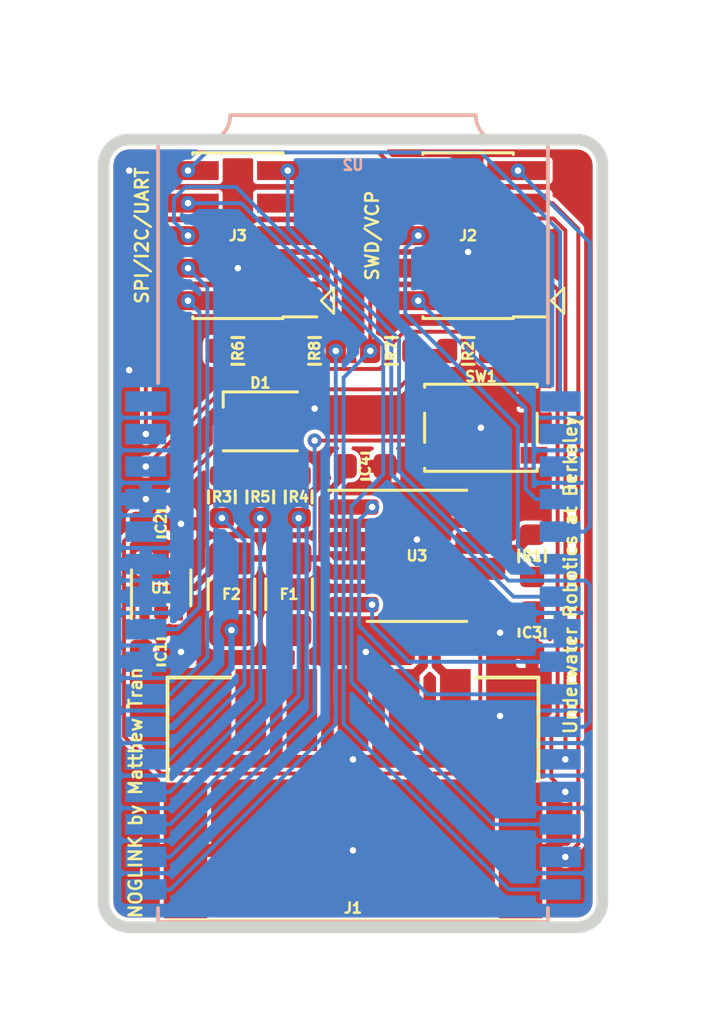
<source format=kicad_pcb>
(kicad_pcb (version 20211014) (generator pcbnew)
  (layers (0 "F.Cu" signal) (31 "B.Cu" signal) (34 "B.Paste" user) (35 "F.Paste" user) (36 "B.SilkS" user "B.Silkscreen") (37 "F.SilkS" user "F.Silkscreen") (38 "B.Mask" user) (39 "F.Mask" user) (44 "Edge.Cuts" user))
  (net 0 "")
  (net 1 "GND")
  (net 2 "+5V")
  (net 3 "+3V3")
  (net 4 "Net-(D1-Pad4)")
  (net 5 "Net-(D1-Pad3)")
  (net 6 "Net-(D1-Pad2)")
  (net 7 "Net-(F1-Pad2)")
  (net 8 "Net-(F2-Pad2)")
  (net 9 "Net-(J1-Pad1)")
  (net 10 "/NRST")
  (net 11 "/GNDDetect")
  (net 12 "/VCP_RX")
  (net 13 "/VCP_TX")
  (net 14 "/SWO")
  (net 15 "/SWCLK")
  (net 16 "/SWDIO")
  (net 17 "/TVCC")
  (net 18 "/UART_RX")
  (net 19 "/UART_TX")
  (net 20 "/NSS")
  (net 21 "/SCL")
  (net 22 "/SCLK")
  (net 23 "/SDA")
  (net 24 "/MISO")
  (net 25 "/MOSI")
  (net 26 "Net-(J3-Pad1)")
  (net 27 "/LED_B")
  (net 28 "/LED_G")
  (net 29 "/LED_R")
  (net 30 "/BUT")
  (net 31 "Net-(U1-Pad4)")
  (net 32 "/CAN_TX")
  (net 33 "/CAN_RX")
  (net 34 "Net-(U2-Pad28)")
  (net 35 "Net-(U2-Pad3)")
  (net 36 "Net-(U2-Pad2)")
  (net 37 "Net-(U2-Pad32)")
  (net 38 "/CAN/CAN+")
  (net 39 "/CAN/CAN-")
  (footprint "Capacitor_SMD:C_0603_1608Metric" (layer "F.Cu") (at 142.5 100.25)
    (fp_text reference "C1" (at 0 0 90) (layer "F.SilkS") (effects (font (size 0.4 0.4) (thickness 0.1))))
    (fp_text value "1u")
    (fp_line (start -0.14058 0.51) (end 0.14058 0.51) (layer "F.SilkS") (width 0.12))
    (fp_line (start -0.14058 -0.51) (end 0.14058 -0.51) (layer "F.SilkS") (width 0.12))
    (pad "1" smd roundrect locked (at -0.775 0) (size 0.9 0.95) (layers "F.Cu" "F.Paste" "F.Mask") (net 2 "+5V"))
    (pad "2" smd roundrect locked (at 0.775 0) (size 0.9 0.95) (layers "F.Cu" "F.Paste" "F.Mask") (net 1 "GND"))
  )
  (footprint "Capacitor_SMD:C_0603_1608Metric" (layer "F.Cu") (at 142.5 95.25)
    (fp_text reference "C2" (at 0 0 90) (layer "F.SilkS") (effects (font (size 0.4 0.4) (thickness 0.1))))
    (fp_text value "1u")
    (fp_line (start -0.14058 0.51) (end 0.14058 0.51) (layer "F.SilkS") (width 0.12))
    (fp_line (start -0.14058 -0.51) (end 0.14058 -0.51) (layer "F.SilkS") (width 0.12))
    (pad "1" smd roundrect locked (at -0.775 0) (size 0.9 0.95) (layers "F.Cu" "F.Paste" "F.Mask") (net 3 "+3V3"))
    (pad "2" smd roundrect locked (at 0.775 0) (size 0.9 0.95) (layers "F.Cu" "F.Paste" "F.Mask") (net 1 "GND"))
  )
  (footprint "Capacitor_SMD:C_0603_1608Metric" (layer "F.Cu") (at 150.475 93)
    (fp_text reference "C4" (at 0 0 90) (layer "F.SilkS") (effects (font (size 0.4 0.4) (thickness 0.1))))
    (fp_text value "100n")
    (fp_line (start -0.14058 0.51) (end 0.14058 0.51) (layer "F.SilkS") (width 0.12))
    (fp_line (start -0.14058 -0.51) (end 0.14058 -0.51) (layer "F.SilkS") (width 0.12))
    (pad "1" smd roundrect locked (at -0.775 0) (size 0.9 0.95) (layers "F.Cu" "F.Paste" "F.Mask") (net 2 "+5V"))
    (pad "2" smd roundrect locked (at 0.775 0) (size 0.9 0.95) (layers "F.Cu" "F.Paste" "F.Mask") (net 1 "GND"))
  )
  (footprint "Connector_PinHeader_1.27mm:PinHeader_2x05_P1.27mm_Vertical_SMD" (layer "F.Cu") (at 145.5 84 180)
    (fp_text reference "J3" (at 0 0 180) (layer "F.SilkS") (effects (font (size 0.4 0.4) (thickness 0.1))))
    (fp_text value "SPI/I2C/UART")
    (fp_line (start -1.765 -3.235) (end -1.765 -3.17) (layer "F.SilkS") (width 0.12))
    (fp_line (start 1.765 -3.235) (end 1.765 -3.17) (layer "F.SilkS") (width 0.12))
    (fp_line (start -1.765 3.17) (end -1.765 3.235) (layer "F.SilkS") (width 0.12))
    (fp_line (start -1.765 3.235) (end 1.765 3.235) (layer "F.SilkS") (width 0.12))
    (fp_line (start -1.765 -3.235) (end 1.765 -3.235) (layer "F.SilkS") (width 0.12))
    (fp_line (start 1.765 3.17) (end 1.765 3.235) (layer "F.SilkS") (width 0.12))
    (fp_line (start -3.09 -3.17) (end -1.765 -3.17) (layer "F.SilkS") (width 0.12))
    (pad "1" smd rect locked (at -1.95 -2.54 180) (size 2.4 0.74) (layers "F.Cu" "F.Paste" "F.Mask") (net 26 "Net-(J3-Pad1)"))
    (pad "2" smd rect locked (at 1.95 -2.54 180) (size 2.4 0.74) (layers "F.Cu" "F.Paste" "F.Mask") (net 25 "/MOSI"))
    (pad "3" smd rect locked (at -1.95 -1.27 180) (size 2.4 0.74) (layers "F.Cu" "F.Paste" "F.Mask") (net 1 "GND"))
    (pad "4" smd rect locked (at 1.95 -1.27 180) (size 2.4 0.74) (layers "F.Cu" "F.Paste" "F.Mask") (net 24 "/MISO"))
    (pad "5" smd rect locked (at -1.95 0 180) (size 2.4 0.74) (layers "F.Cu" "F.Paste" "F.Mask") (net 23 "/SDA"))
    (pad "6" smd rect locked (at 1.95 0 180) (size 2.4 0.74) (layers "F.Cu" "F.Paste" "F.Mask") (net 22 "/SCLK"))
    (pad "7" smd rect locked (at -1.95 1.27 180) (size 2.4 0.74) (layers "F.Cu" "F.Paste" "F.Mask") (net 21 "/SCL"))
    (pad "8" smd rect locked (at 1.95 1.27 180) (size 2.4 0.74) (layers "F.Cu" "F.Paste" "F.Mask") (net 20 "/NSS"))
    (pad "9" smd rect locked (at -1.95 2.54 180) (size 2.4 0.74) (layers "F.Cu" "F.Paste" "F.Mask") (net 19 "/UART_TX"))
    (pad "10" smd rect locked (at 1.95 2.54 180) (size 2.4 0.74) (layers "F.Cu" "F.Paste" "F.Mask") (net 18 "/UART_RX"))
  )
  (footprint "Resistor_SMD:R_0603_1608Metric" (layer "F.Cu") (at 157 96.5 90)
    (fp_text reference "R1" (at 0 0 180) (layer "F.SilkS") (effects (font (size 0.4 0.4) (thickness 0.1))))
    (fp_text value "120")
    (fp_line (start -0.237258 -0.5225) (end 0.237258 -0.5225) (layer "F.SilkS") (width 0.12))
    (fp_line (start -0.237258 0.5225) (end 0.237258 0.5225) (layer "F.SilkS") (width 0.12))
    (pad "1" smd roundrect locked (at -0.825 0 90) (size 0.8 0.95) (layers "F.Cu" "F.Paste" "F.Mask") (net 39 "/CAN/CAN-"))
    (pad "2" smd roundrect locked (at 0.825 0 90) (size 0.8 0.95) (layers "F.Cu" "F.Paste" "F.Mask") (net 38 "/CAN/CAN+"))
  )
  (footprint "Resistor_SMD:R_0603_1608Metric" (layer "F.Cu") (at 154.5 88.5 180)
    (fp_text reference "R2" (at 0 0 90) (layer "F.SilkS") (effects (font (size 0.4 0.4) (thickness 0.1))))
    (fp_text value "0")
    (fp_line (start -0.237258 -0.5225) (end 0.237258 -0.5225) (layer "F.SilkS") (width 0.12))
    (fp_line (start -0.237258 0.5225) (end 0.237258 0.5225) (layer "F.SilkS") (width 0.12))
    (pad "1" smd roundrect locked (at -0.825 0 180) (size 0.8 0.95) (layers "F.Cu" "F.Paste" "F.Mask") (net 17 "/TVCC"))
    (pad "2" smd roundrect locked (at 0.825 0 180) (size 0.8 0.95) (layers "F.Cu" "F.Paste" "F.Mask") (net 3 "+3V3"))
  )
  (footprint "Resistor_SMD:R_0603_1608Metric" (layer "F.Cu") (at 145.5 88.5)
    (fp_text reference "R6" (at 0 0 90) (layer "F.SilkS") (effects (font (size 0.4 0.4) (thickness 0.1))))
    (fp_text value "0")
    (fp_line (start -0.237258 0.5225) (end 0.237258 0.5225) (layer "F.SilkS") (width 0.12))
    (fp_line (start -0.237258 -0.5225) (end 0.237258 -0.5225) (layer "F.SilkS") (width 0.12))
    (pad "1" smd roundrect locked (at -0.825 0) (size 0.8 0.95) (layers "F.Cu" "F.Paste" "F.Mask") (net 26 "Net-(J3-Pad1)"))
    (pad "2" smd roundrect locked (at 0.825 0) (size 0.8 0.95) (layers "F.Cu" "F.Paste" "F.Mask") (net 3 "+3V3"))
  )
  (footprint "Resistor_SMD:R_0603_1608Metric" (layer "F.Cu") (at 151.5 88.5)
    (fp_text reference "R7" (at 0 0 90) (layer "F.SilkS") (effects (font (size 0.4 0.4) (thickness 0.1))))
    (fp_text value "2.2k")
    (fp_line (start -0.237258 -0.5225) (end 0.237258 -0.5225) (layer "F.SilkS") (width 0.12))
    (fp_line (start -0.237258 0.5225) (end 0.237258 0.5225) (layer "F.SilkS") (width 0.12))
    (pad "1" smd roundrect locked (at -0.825 0) (size 0.8 0.95) (layers "F.Cu" "F.Paste" "F.Mask") (net 21 "/SCL"))
    (pad "2" smd roundrect locked (at 0.825 0) (size 0.8 0.95) (layers "F.Cu" "F.Paste" "F.Mask") (net 3 "+3V3"))
  )
  (footprint "Package_TO_SOT_SMD:SOT-353_SC-70-5" (layer "F.Cu") (at 142.5 97.75 90)
    (fp_text reference "U1" (at 0 0 180) (layer "F.SilkS") (effects (font (size 0.4 0.4) (thickness 0.1))))
    (fp_text value "MIC5365-3.3YC5")
    (fp_line (start -0.7 1.16) (end 0.7 1.16) (layer "F.SilkS") (width 0.12))
    (fp_line (start 0.7 -1.16) (end -1.2 -1.16) (layer "F.SilkS") (width 0.12))
    (pad "1" smd rect locked (at -0.95 -0.65 90) (size 0.65 0.4) (layers "F.Cu" "F.Paste" "F.Mask") (net 2 "+5V"))
    (pad "2" smd rect locked (at -0.95 0 90) (size 0.65 0.4) (layers "F.Cu" "F.Paste" "F.Mask") (net 1 "GND"))
    (pad "3" smd rect locked (at -0.95 0.65 90) (size 0.65 0.4) (layers "F.Cu" "F.Paste" "F.Mask") (net 2 "+5V"))
    (pad "4" smd rect locked (at 0.95 0.65 90) (size 0.65 0.4) (layers "F.Cu" "F.Paste" "F.Mask") (net 31 "Net-(U1-Pad4)"))
    (pad "5" smd rect locked (at 0.95 -0.65 90) (size 0.65 0.4) (layers "F.Cu" "F.Paste" "F.Mask") (net 3 "+3V3"))
  )
  (footprint "Package_SO:SOIC-8_3.9x4.9mm_P1.27mm" (layer "F.Cu") (at 152.5 96.5)
    (fp_text reference "U3" (at 0 0) (layer "F.SilkS") (effects (font (size 0.4 0.4) (thickness 0.1))))
    (fp_text value "ATA6561")
    (fp_line (start 0 -2.56) (end -3.45 -2.56) (layer "F.SilkS") (width 0.12))
    (fp_line (start 0 2.56) (end 1.95 2.56) (layer "F.SilkS") (width 0.12))
    (fp_line (start 0 -2.56) (end 1.95 -2.56) (layer "F.SilkS") (width 0.12))
    (fp_line (start 0 2.56) (end -1.95 2.56) (layer "F.SilkS") (width 0.12))
    (pad "1" smd roundrect locked (at -2.475 -1.905) (size 1.95 0.6) (layers "F.Cu" "F.Paste" "F.Mask") (net 32 "/CAN_TX"))
    (pad "2" smd roundrect locked (at -2.475 -0.635) (size 1.95 0.6) (layers "F.Cu" "F.Paste" "F.Mask") (net 1 "GND"))
    (pad "3" smd roundrect locked (at -2.475 0.635) (size 1.95 0.6) (layers "F.Cu" "F.Paste" "F.Mask") (net 2 "+5V"))
    (pad "4" smd roundrect locked (at -2.475 1.905) (size 1.95 0.6) (layers "F.Cu" "F.Paste" "F.Mask") (net 33 "/CAN_RX"))
    (pad "5" smd roundrect locked (at 2.475 1.905) (size 1.95 0.6) (layers "F.Cu" "F.Paste" "F.Mask") (net 3 "+3V3"))
    (pad "6" smd roundrect locked (at 2.475 0.635) (size 1.95 0.6) (layers "F.Cu" "F.Paste" "F.Mask") (net 39 "/CAN/CAN-"))
    (pad "7" smd roundrect locked (at 2.475 -0.635) (size 1.95 0.6) (layers "F.Cu" "F.Paste" "F.Mask") (net 38 "/CAN/CAN+"))
    (pad "8" smd roundrect locked (at 2.475 -1.905) (size 1.95 0.6) (layers "F.Cu" "F.Paste" "F.Mask") (net 1 "GND"))
  )
  (footprint "extraparts:Molex_DuraClik_RH_5pin" (layer "F.Cu") (at 150 110.75)
    (fp_text reference "J1" (at 0 -0.5) (layer "F.SilkS") (effects (font (size 0.4 0.4) (thickness 0.1))))
    (fp_text value "CAN")
    (fp_line (start -4.794 -9.5) (end -7.25 -9.5) (layer "F.SilkS") (width 0.15))
    (fp_line (start -7.25 -9.5) (end -7.25 -5.5) (layer "F.SilkS") (width 0.15))
    (fp_line (start 7.25 -9.5) (end 7.25 -5.5) (layer "F.SilkS") (width 0.15))
    (fp_line (start -7.25 0) (end 7.25 0) (layer "F.SilkS") (width 0.15))
    (fp_line (start 4.794 -9.5) (end 7.25 -9.5) (layer "F.SilkS") (width 0.15))
    (pad "1" smd rect locked (at -4 -8.23) (size 1.2 3.2) (layers "F.Cu" "F.Paste" "F.Mask") (net 9 "Net-(J1-Pad1)"))
    (pad "2" smd rect locked (at -2 -8.23) (size 1.2 3.2) (layers "F.Cu" "F.Paste" "F.Mask") (net 7 "Net-(F1-Pad2)"))
    (pad "3" smd rect locked (at 0 -8.23) (size 1.2 3.2) (layers "F.Cu" "F.Paste" "F.Mask") (net 1 "GND"))
    (pad "4" smd rect locked (at 2 -8.23) (size 1.2 3.2) (layers "F.Cu" "F.Paste" "F.Mask") (net 38 "/CAN/CAN+"))
    (pad "5" smd rect locked (at 4 -8.23) (size 1.2 3.2) (layers "F.Cu" "F.Paste" "F.Mask") (net 39 "/CAN/CAN-"))
    (pad "MP" smd rect locked (at -6.55 -2.75) (size 1.7 5.3) (layers "F.Cu" "F.Paste" "F.Mask") (net 1 "GND"))
    (pad "MP" smd rect locked (at 6.55 -2.75) (size 1.7 5.3) (layers "F.Cu" "F.Paste" "F.Mask") (net 1 "GND"))
  )
  (footprint "Connector_PinHeader_1.27mm:PinHeader_2x05_P1.27mm_Vertical_SMD" (layer "F.Cu") (at 154.5 84 180)
    (fp_text reference "J2" (at 0 0) (layer "F.SilkS") (effects (font (size 0.4 0.4) (thickness 0.1))))
    (fp_text value "SWD/VCP")
    (fp_line (start -1.765 3.17) (end -1.765 3.235) (layer "F.SilkS") (width 0.12))
    (fp_line (start 1.765 -3.235) (end 1.765 -3.17) (layer "F.SilkS") (width 0.12))
    (fp_line (start 1.765 3.17) (end 1.765 3.235) (layer "F.SilkS") (width 0.12))
    (fp_line (start -3.09 -3.17) (end -1.765 -3.17) (layer "F.SilkS") (width 0.12))
    (fp_line (start -1.765 -3.235) (end -1.765 -3.17) (layer "F.SilkS") (width 0.12))
    (fp_line (start -1.765 3.235) (end 1.765 3.235) (layer "F.SilkS") (width 0.12))
    (fp_line (start -1.765 -3.235) (end 1.765 -3.235) (layer "F.SilkS") (width 0.12))
    (pad "1" smd rect locked (at -1.95 -2.54 180) (size 2.4 0.74) (layers "F.Cu" "F.Paste" "F.Mask") (net 17 "/TVCC"))
    (pad "2" smd rect locked (at 1.95 -2.54 180) (size 2.4 0.74) (layers "F.Cu" "F.Paste" "F.Mask") (net 16 "/SWDIO"))
    (pad "3" smd rect locked (at -1.95 -1.27 180) (size 2.4 0.74) (layers "F.Cu" "F.Paste" "F.Mask") (net 1 "GND"))
    (pad "4" smd rect locked (at 1.95 -1.27 180) (size 2.4 0.74) (layers "F.Cu" "F.Paste" "F.Mask") (net 15 "/SWCLK"))
    (pad "5" smd rect locked (at -1.95 0 180) (size 2.4 0.74) (layers "F.Cu" "F.Paste" "F.Mask") (net 1 "GND"))
    (pad "6" smd rect locked (at 1.95 0 180) (size 2.4 0.74) (layers "F.Cu" "F.Paste" "F.Mask") (net 14 "/SWO"))
    (pad "7" smd rect locked (at -1.95 1.27 180) (size 2.4 0.74) (layers "F.Cu" "F.Paste" "F.Mask") (net 13 "/VCP_TX"))
    (pad "8" smd rect locked (at 1.95 1.27 180) (size 2.4 0.74) (layers "F.Cu" "F.Paste" "F.Mask") (net 12 "/VCP_RX"))
    (pad "9" smd rect locked (at -1.95 2.54 180) (size 2.4 0.74) (layers "F.Cu" "F.Paste" "F.Mask") (net 11 "/GNDDetect"))
    (pad "10" smd rect locked (at 1.95 2.54 180) (size 2.4 0.74) (layers "F.Cu" "F.Paste" "F.Mask") (net 10 "/NRST"))
  )
  (footprint "Resistor_SMD:R_0603_1608Metric" (layer "F.Cu") (at 148.5 88.5 180)
    (fp_text reference "R8" (at 0 0 90) (layer "F.SilkS") (effects (font (size 0.4 0.4) (thickness 0.1))))
    (fp_text value "2.2k")
    (fp_line (start -0.237258 0.5225) (end 0.237258 0.5225) (layer "F.SilkS") (width 0.12))
    (fp_line (start -0.237258 -0.5225) (end 0.237258 -0.5225) (layer "F.SilkS") (width 0.12))
    (pad "1" smd roundrect locked (at -0.825 0 180) (size 0.8 0.95) (layers "F.Cu" "F.Paste" "F.Mask") (net 23 "/SDA"))
    (pad "2" smd roundrect locked (at 0.825 0 180) (size 0.8 0.95) (layers "F.Cu" "F.Paste" "F.Mask") (net 3 "+3V3"))
  )
  (footprint "Fuse:Fuse_1206_3216Metric" (layer "F.Cu") (at 147.5 98 -90)
    (fp_text reference "F1" (at 0 0 180) (layer "F.SilkS") (effects (font (size 0.4 0.4) (thickness 0.1))))
    (fp_text value "500mA")
    (fp_line (start -0.602064 -0.91) (end 0.602064 -0.91) (layer "F.SilkS") (width 0.12))
    (fp_line (start -0.602064 0.91) (end 0.602064 0.91) (layer "F.SilkS") (width 0.12))
    (pad "1" smd roundrect locked (at -1.4 0 270) (size 1.25 1.75) (layers "F.Cu" "F.Paste" "F.Mask") (roundrect_rratio 0.2) (net 2 "+5V"))
    (pad "2" smd roundrect locked (at 1.4 0 270) (size 1.25 1.75) (layers "F.Cu" "F.Paste" "F.Mask") (roundrect_rratio 0.2) (net 7 "Net-(F1-Pad2)"))
  )
  (footprint "Resistor_SMD:R_0603_1608Metric" (layer "F.Cu") (at 146.375 94.2 90)
    (fp_text reference "R5" (at 0 0 180) (layer "F.SilkS") (effects (font (size 0.4 0.4) (thickness 0.1))))
    (fp_text value "47")
    (fp_line (start -0.237258 -0.5225) (end 0.237258 -0.5225) (layer "F.SilkS") (width 0.12))
    (fp_line (start -0.237258 0.5225) (end 0.237258 0.5225) (layer "F.SilkS") (width 0.12))
    (pad "1" smd roundrect locked (at -0.825 0 90) (size 0.8 0.95) (layers "F.Cu" "F.Paste" "F.Mask") (net 29 "/LED_R"))
    (pad "2" smd roundrect locked (at 0.825 0 90) (size 0.8 0.95) (layers "F.Cu" "F.Paste" "F.Mask") (net 6 "Net-(D1-Pad2)"))
  )
  (footprint "Resistor_SMD:R_0603_1608Metric" (layer "F.Cu") (at 147.875 94.2 90)
    (fp_text reference "R4" (at 0 0 180) (layer "F.SilkS") (effects (font (size 0.4 0.4) (thickness 0.1))))
    (fp_text value "47")
    (fp_line (start -0.237258 0.5225) (end 0.237258 0.5225) (layer "F.SilkS") (width 0.12))
    (fp_line (start -0.237258 -0.5225) (end 0.237258 -0.5225) (layer "F.SilkS") (width 0.12))
    (pad "1" smd roundrect locked (at -0.825 0 90) (size 0.8 0.95) (layers "F.Cu" "F.Paste" "F.Mask") (net 28 "/LED_G"))
    (pad "2" smd roundrect locked (at 0.825 0 90) (size 0.8 0.95) (layers "F.Cu" "F.Paste" "F.Mask") (net 5 "Net-(D1-Pad3)"))
  )
  (footprint "Resistor_SMD:R_0603_1608Metric" (layer "F.Cu") (at 144.875 94.2 90)
    (fp_text reference "R3" (at 0 0 180) (layer "F.SilkS") (effects (font (size 0.4 0.4) (thickness 0.1))))
    (fp_text value "47")
    (fp_line (start -0.237258 -0.5225) (end 0.237258 -0.5225) (layer "F.SilkS") (width 0.12))
    (fp_line (start -0.237258 0.5225) (end 0.237258 0.5225) (layer "F.SilkS") (width 0.12))
    (pad "1" smd roundrect locked (at -0.825 0 90) (size 0.8 0.95) (layers "F.Cu" "F.Paste" "F.Mask") (net 27 "/LED_B"))
    (pad "2" smd roundrect locked (at 0.825 0 90) (size 0.8 0.95) (layers "F.Cu" "F.Paste" "F.Mask") (net 4 "Net-(D1-Pad4)"))
  )
  (footprint "Fuse:Fuse_1206_3216Metric" (layer "F.Cu") (at 145.25 98 -90)
    (fp_text reference "F2" (at 0 0 180) (layer "F.SilkS") (effects (font (size 0.4 0.4) (thickness 0.1))))
    (fp_text value "500mA")
    (fp_line (start -0.602064 0.91) (end 0.602064 0.91) (layer "F.SilkS") (width 0.12))
    (fp_line (start -0.602064 -0.91) (end 0.602064 -0.91) (layer "F.SilkS") (width 0.12))
    (pad "1" smd roundrect locked (at -1.4 0 270) (size 1.25 1.75) (layers "F.Cu" "F.Paste" "F.Mask") (roundrect_rratio 0.2) (net 2 "+5V"))
    (pad "2" smd roundrect locked (at 1.4 0 270) (size 1.25 1.75) (layers "F.Cu" "F.Paste" "F.Mask") (roundrect_rratio 0.2) (net 8 "Net-(F2-Pad2)"))
  )
  (footprint "Button_Switch_SMD:SW_SPST_PTS810" (layer "F.Cu") (at 155 91.5 180)
    (fp_text reference "SW1" (at 0 2) (layer "F.SilkS") (effects (font (size 0.4 0.4) (thickness 0.1))))
    (fp_text value "USR")
    (fp_line (start -2.2 1.7) (end 2.2 1.7) (layer "F.SilkS") (width 0.12))
    (fp_line (start 2.2 0.57) (end 2.2 -0.57) (layer "F.SilkS") (width 0.12))
    (fp_line (start -2.2 -1.7) (end -2.2 -1.58) (layer "F.SilkS") (width 0.12))
    (fp_line (start 2.2 -1.58) (end 2.2 -1.7) (layer "F.SilkS") (width 0.12))
    (fp_line (start 2.2 -1.7) (end -2.2 -1.7) (layer "F.SilkS") (width 0.12))
    (fp_line (start 2.2 1.7) (end 2.2 1.58) (layer "F.SilkS") (width 0.12))
    (fp_line (start -2.2 1.58) (end -2.2 1.7) (layer "F.SilkS") (width 0.12))
    (fp_line (start -2.2 -0.57) (end -2.2 0.57) (layer "F.SilkS") (width 0.12))
    (pad "" smd rect locked (at -2.075 -1.075 180) (size 1.05 0.65) (layers "F.Cu" "F.Paste" "F.Mask"))
    (pad "1" smd rect locked (at 2.075 -1.075 180) (size 1.05 0.65) (layers "F.Cu" "F.Paste" "F.Mask") (net 30 "/BUT"))
    (pad "2" smd rect locked (at -2.075 1.075 180) (size 1.05 0.65) (layers "F.Cu" "F.Paste" "F.Mask") (net 1 "GND"))
    (pad "2" smd rect locked (at 2.075 1.075 180) (size 1.05 0.65) (layers "F.Cu" "F.Paste" "F.Mask") (net 1 "GND"))
  )
  (footprint "Capacitor_SMD:C_0603_1608Metric" (layer "F.Cu") (at 157 99.5 -90)
    (fp_text reference "C3" (at 0 0 180) (layer "F.SilkS") (effects (font (size 0.4 0.4) (thickness 0.1))))
    (fp_text value "100n")
    (fp_line (start -0.14058 -0.51) (end 0.14058 -0.51) (layer "F.SilkS") (width 0.12))
    (fp_line (start -0.14058 0.51) (end 0.14058 0.51) (layer "F.SilkS") (width 0.12))
    (pad "1" smd roundrect locked (at -0.775 0 270) (size 0.9 0.95) (layers "F.Cu" "F.Paste" "F.Mask") (net 3 "+3V3"))
    (pad "2" smd roundrect locked (at 0.775 0 270) (size 0.9 0.95) (layers "F.Cu" "F.Paste" "F.Mask") (net 1 "GND"))
  )
  (footprint "LED_SMD:LED_Cree-PLCC4_2x2mm_CW" (layer "F.Cu") (at 146.375 91.25)
    (fp_text reference "D1" (at 0 -1.5) (layer "F.SilkS") (effects (font (size 0.4 0.4) (thickness 0.1))))
    (fp_text value "LED_ARGB")
    (fp_line (start -1.45 -0.55) (end -1.45 -1.15) (layer "F.SilkS") (width 0.12))
    (fp_line (start -1.45 -1.15) (end 1.45 -1.15) (layer "F.SilkS") (width 0.12))
    (fp_line (start -1.45 1.15) (end 1.45 1.15) (layer "F.SilkS") (width 0.12))
    (pad "1" smd rect locked (at -0.75 -0.55) (size 1 0.8) (layers "F.Cu" "F.Paste" "F.Mask") (net 3 "+3V3"))
    (pad "2" smd rect locked (at 0.75 -0.55) (size 1 0.8) (layers "F.Cu" "F.Paste" "F.Mask") (net 6 "Net-(D1-Pad2)"))
    (pad "3" smd rect locked (at 0.75 0.55) (size 1 0.8) (layers "F.Cu" "F.Paste" "F.Mask") (net 5 "Net-(D1-Pad3)"))
    (pad "4" smd rect locked (at -0.75 0.55) (size 1 0.8) (layers "F.Cu" "F.Paste" "F.Mask") (net 4 "Net-(D1-Pad4)"))
  )
  (footprint "extraparts:STLINK-V3MODS" (layer "B.Cu") (at 150 100 180)
    (fp_text reference "U2" (at 0 18.75) (layer "B.SilkS") (effects (font (size 0.4 0.4) (thickness 0.1)) (justify mirror)))
    (fp_text value "STLINK-V3MODS")
    (fp_line (start -7.62 -10.795) (end -7.62 -10.25) (layer "B.SilkS") (width 0.15))
    (fp_line (start -7.62 -10.795) (end 7.62 -10.795) (layer "B.SilkS") (width 0.15))
    (fp_line (start 7.62 -10.795) (end 7.62 -10.25) (layer "B.SilkS") (width 0.15))
    (fp_line (start 7.62 19.605) (end 5.9 19.605) (layer "B.SilkS") (width 0.15))
    (fp_line (start -7.62 19.605) (end -5.9 19.605) (layer "B.SilkS") (width 0.15))
    (fp_line (start 7.62 19.605) (end 7.62 10.25) (layer "B.SilkS") (width 0.15))
    (fp_line (start -4.8 20.705) (end 4.8 20.705) (layer "B.SilkS") (width 0.15))
    (fp_line (start -7.62 10.25) (end -7.62 19.605) (layer "B.SilkS") (width 0.15))
    (fp_arc (start -5.9 19.605) (mid -5.122183 19.927183) (end -4.8 20.705) (layer "B.SilkS") (width 0.15))
    (fp_arc (start 4.8 20.705) (mid 5.122183 19.927183) (end 5.9 19.605) (layer "B.SilkS") (width 0.15))
    (pad "1" smd rect locked (at -8.1 9.525 270) (size 0.8 1.6) (layers "B.Cu" "B.Paste" "B.Mask") (net 18 "/UART_RX"))
    (pad "2" smd rect locked (at -8.1 8.255 270) (size 0.8 1.6) (layers "B.Cu" "B.Paste" "B.Mask") (net 36 "Net-(U2-Pad2)"))
    (pad "3" smd rect locked (at -8.1 6.985 270) (size 0.8 1.6) (layers "B.Cu" "B.Paste" "B.Mask") (net 35 "Net-(U2-Pad3)"))
    (pad "4" smd rect locked (at -8.1 5.715 270) (size 0.8 1.6) (layers "B.Cu" "B.Paste" "B.Mask") (net 16 "/SWDIO"))
    (pad "5" smd rect locked (at -8.1 4.445 270) (size 0.8 1.6) (layers "B.Cu" "B.Paste" "B.Mask") (net 11 "/GNDDetect"))
    (pad "6" smd rect locked (at -8.1 3.175 270) (size 0.8 1.6) (layers "B.Cu" "B.Paste" "B.Mask") (net 14 "/SWO"))
    (pad "7" smd rect locked (at -8.1 1.905 270) (size 0.8 1.6) (layers "B.Cu" "B.Paste" "B.Mask") (net 22 "/SCLK"))
    (pad "8" smd rect locked (at -8.1 0.635 270) (size 0.8 1.6) (layers "B.Cu" "B.Paste" "B.Mask") (net 1 "GND"))
    (pad "9" smd rect locked (at -8.1 -0.635 270) (size 0.8 1.6) (layers "B.Cu" "B.Paste" "B.Mask") (net 33 "/CAN_RX"))
    (pad "10" smd rect locked (at -8.1 -1.905 270) (size 0.8 1.6) (layers "B.Cu" "B.Paste" "B.Mask") (net 32 "/CAN_TX"))
    (pad "11" smd rect locked (at -8.1 -3.175 270) (size 0.8 1.6) (layers "B.Cu" "B.Paste" "B.Mask") (net 19 "/UART_TX"))
    (pad "12" smd rect locked (at -8.1 -4.445 270) (size 0.8 1.6) (layers "B.Cu" "B.Paste" "B.Mask") (net 12 "/VCP_RX"))
    (pad "13" smd rect locked (at -8.1 -5.715 270) (size 0.8 1.6) (layers "B.Cu" "B.Paste" "B.Mask") (net 15 "/SWCLK"))
    (pad "14" smd rect locked (at -8.1 -6.985 270) (size 0.8 1.6) (layers "B.Cu" "B.Paste" "B.Mask") (net 20 "/NSS"))
    (pad "15" smd rect locked (at -8.1 -8.255 270) (size 0.8 1.6) (layers "B.Cu" "B.Paste" "B.Mask") (net 13 "/VCP_TX"))
    (pad "16" smd rect locked (at -8.1 -9.525 270) (size 0.8 1.6) (layers "B.Cu" "B.Paste" "B.Mask") (net 21 "/SCL"))
    (pad "17" smd rect locked (at 8.1 -9.525 270) (size 0.8 1.6) (layers "B.Cu" "B.Paste" "B.Mask") (net 23 "/SDA"))
    (pad "18" smd rect locked (at 8.1 -8.255 270) (size 0.8 1.6) (layers "B.Cu" "B.Paste" "B.Mask") (net 30 "/BUT"))
    (pad "19" smd rect locked (at 8.1 -6.985 270) (size 0.8 1.6) (layers "B.Cu" "B.Paste" "B.Mask") (net 28 "/LED_G"))
    (pad "20" smd rect locked (at 8.1 -5.715 270) (size 0.8 1.6) (layers "B.Cu" "B.Paste" "B.Mask") (net 29 "/LED_R"))
    (pad "21" smd rect locked (at 8.1 -4.445 270) (size 0.8 1.6) (layers "B.Cu" "B.Paste" "B.Mask") (net 27 "/LED_B"))
    (pad "22" smd rect locked (at 8.1 -3.175 270) (size 0.8 1.6) (layers "B.Cu" "B.Paste" "B.Mask") (net 8 "Net-(F2-Pad2)"))
    (pad "23" smd rect locked (at 8.1 -1.905 270) (size 0.8 1.6) (layers "B.Cu" "B.Paste" "B.Mask") (net 24 "/MISO"))
    (pad "24" smd rect locked (at 8.1 -0.635 270) (size 0.8 1.6) (layers "B.Cu" "B.Paste" "B.Mask") (net 1 "GND"))
    (pad "25" smd rect locked (at 8.1 0.635 270) (size 0.8 1.6) (layers "B.Cu" "B.Paste" "B.Mask") (net 25 "/MOSI"))
    (pad "26" smd rect locked (at 8.1 1.905 270) (size 0.8 1.6) (layers "B.Cu" "B.Paste" "B.Mask") (net 1 "GND"))
    (pad "27" smd rect locked (at 8.1 3.175 270) (size 0.8 1.6) (layers "B.Cu" "B.Paste" "B.Mask") (net 1 "GND"))
    (pad "28" smd rect locked (at 8.1 4.445 270) (size 0.8 1.6) (layers "B.Cu" "B.Paste" "B.Mask") (net 34 "Net-(U2-Pad28)"))
    (pad "29" smd rect locked (at 8.1 5.715 270) (size 0.8 1.6) (layers "B.Cu" "B.Paste" "B.Mask") (net 1 "GND"))
    (pad "30" smd rect locked (at 8.1 6.985 270) (size 0.8 1.6) (layers "B.Cu" "B.Paste" "B.Mask") (net 17 "/TVCC"))
    (pad "31" smd rect locked (at 8.1 8.255 270) (size 0.8 1.6) (layers "B.Cu" "B.Paste" "B.Mask") (net 10 "/NRST"))
    (pad "32" smd rect locked (at 8.1 9.525 270) (size 0.8 1.6) (layers "B.Cu" "B.Paste" "B.Mask") (net 37 "Net-(U2-Pad32)"))
  )
  (gr_line (start 149.25 87.04) (end 148.75 86.54) (layer "F.SilkS") (width 0.1))
  (gr_line (start 158.25 87.04) (end 157.75 86.54) (layer "F.SilkS") (width 0.1))
  (gr_line (start 157.75 86.54) (end 158.25 86.04) (layer "F.SilkS") (width 0.1))
  (gr_line (start 158.25 86.04) (end 158.25 87.04) (layer "F.SilkS") (width 0.1))
  (gr_line (start 148.75 86.54) (end 149.25 86.04) (layer "F.SilkS") (width 0.1))
  (gr_line (start 149.25 86.04) (end 149.25 87.04) (layer "F.SilkS") (width 0.1))
  (gr_line (start 141.25 80.25) (end 158.75 80.25) (layer "Edge.Cuts") (width 0.4572))
  (gr_line (start 159.75 81.25) (end 159.75 110) (layer "Edge.Cuts") (width 0.4572))
  (gr_arc (start 140.25 81.25) (mid 140.542893 80.542893) (end 141.25 80.25) (layer "Edge.Cuts") (width 0.4572))
  (gr_line (start 140.25 110) (end 140.25 81.25) (layer "Edge.Cuts") (width 0.4572))
  (gr_arc (start 141.25 111) (mid 140.542893 110.707107) (end 140.25 110) (layer "Edge.Cuts") (width 0.4572))
  (gr_arc (start 159.75 110) (mid 159.457107 110.707107) (end 158.75 111) (layer "Edge.Cuts") (width 0.4572))
  (gr_line (start 158.75 111) (end 141.25 111) (layer "Edge.Cuts") (width 0.4572))
  (gr_arc (start 158.75 80.25) (mid 159.457107 80.542893) (end 159.75 81.25) (layer "Edge.Cuts") (width 0.4572))
  (gr_text "SPI/I2C/UART" (at 141.75 84 90) (layer "F.SilkS") (effects (font (size 0.5 0.5) (thickness 0.1))))
  (gr_text "Underwater Robotics at Berkeley" (at 158.5 97.25 90) (layer "F.SilkS") (effects (font (size 0.5 0.5) (thickness 0.1))))
  (gr_text "SWD/VCP" (at 150.75 84 90) (layer "F.SilkS") (effects (font (size 0.5 0.5) (thickness 0.1))))
  (gr_text "NOGLINK by Matthew Tran" (at 141.5 105.75 90) (layer "F.SilkS") (effects (font (size 0.5 0.5) (thickness 0.1))))
  (via (at 141.9 94.285) (size 0.5588) (drill 0.254) (layers "F.Cu" "B.Cu") (net 1))
  (via (at 150 104.45) (size 0.5588) (drill 0.254) (layers "F.Cu" "B.Cu") (net 1))
  (via (at 150.5 100.25) (size 0.5588) (drill 0.254) (layers "F.Cu" "B.Cu") (net 1))
  (via (at 152.5 95.865) (size 0.5588) (drill 0.254) (layers "F.Cu" "B.Cu") (net 1))
  (via (at 150 108) (size 0.5588) (drill 0.254) (layers "F.Cu" "B.Cu") (net 1))
  (via (at 155.75 102.75) (size 0.5588) (drill 0.254) (layers "F.Cu" "B.Cu") (net 1))
  (via (at 155.75 99.5) (size 0.5588) (drill 0.254) (layers "F.Cu" "B.Cu") (net 1))
  (via (at 154.5 84.635) (size 0.5588) (drill 0.254) (layers "F.Cu" "B.Cu") (net 1))
  (via (at 148.5 90.75) (size 0.5588) (drill 0.254) (layers "F.Cu" "B.Cu") (net 1))
  (via (at 141.25 89.25) (size 0.5588) (drill 0.254) (layers "F.Cu" "B.Cu") (net 1))
  (via (at 143.275 100.25) (size 0.5588) (drill 0.254) (layers "F.Cu" "B.Cu") (net 1))
  (via (at 141.25 81.46) (size 0.5588) (drill 0.254) (layers "F.Cu" "B.Cu") (net 1))
  (via (at 145.5 85.27) (size 0.5588) (drill 0.254) (layers "F.Cu" "B.Cu") (net 1))
  (via (at 155 91.5) (size 0.5588) (drill 0.254) (layers "F.Cu" "B.Cu") (net 1))
  (via (at 143.275 95.25) (size 0.5588) (drill 0.254) (layers "F.Cu" "B.Cu") (net 1))
  (segment (start 149.31 97.135) (end 148.77059 96.59559) (width 0.254) (layer "F.Cu") (net 2))
  (segment (start 143.8 97.75) (end 143.15 97.75) (width 0.254) (layer "F.Cu") (net 2))
  (segment (start 145.25 96.6) (end 144.95 96.6) (width 0.254) (layer "F.Cu") (net 2))
  (segment (start 141.85 100.125) (end 141.725 100.25) (width 0.254) (layer "F.Cu") (net 2))
  (segment (start 148.76618 96.6) (end 148.77059 96.59559) (width 0.254) (layer "F.Cu") (net 2))
  (segment (start 142.221 97.75) (end 141.85 98.121) (width 0.254) (layer "F.Cu") (net 2))
  (segment (start 147.5 96.6) (end 148.76618 96.6) (width 0.254) (layer "F.Cu") (net 2))
  (segment (start 143.15 97.75) (end 142.221 97.75) (width 0.254) (layer "F.Cu") (net 2))
  (segment (start 144.95 96.6) (end 143.8 97.75) (width 0.254) (layer "F.Cu") (net 2))
  (segment (start 148.77059 96.59559) (end 148.77059 94.26713) (width 0.254) (layer "F.Cu") (net 2))
  (segment (start 149.7 93.33772) (end 149.7 93) (width 0.254) (layer "F.Cu") (net 2))
  (segment (start 150.025 97.135) (end 149.31 97.135) (width 0.254) (layer "F.Cu") (net 2))
  (segment (start 141.85 98.7) (end 141.85 100.125) (width 0.254) (layer "F.Cu") (net 2))
  (segment (start 147.5 96.6) (end 145.25 96.6) (width 0.254) (layer "F.Cu") (net 2))
  (segment (start 143.15 98.7) (end 143.15 97.75) (width 0.254) (layer "F.Cu") (net 2))
  (segment (start 148.77059 94.26713) (end 149.7 93.33772) (width 0.254) (layer "F.Cu") (net 2))
  (segment (start 141.85 98.121) (end 141.85 98.7) (width 0.254) (layer "F.Cu") (net 2))
  (segment (start 144.75 91.45) (end 145.5 90.7) (width 0.1524) (layer "F.Cu") (net 3))
  (segment (start 152.325 88.5) (end 153.675 88.5) (width 0.1524) (layer "F.Cu") (net 3))
  (segment (start 146.325 88.5) (end 147 88.5) (width 0.1524) (layer "F.Cu") (net 3))
  (segment (start 141.05 96.8) (end 141.04639 96.79639) (width 0.1524) (layer "F.Cu") (net 3))
  (segment (start 146.425 90) (end 145.725 90.7) (width 0.1524) (layer "F.Cu") (net 3))
  (segment (start 154.975 98.405) (end 156.68 98.405) (width 0.1524) (layer "F.Cu") (net 3))
  (segment (start 141.04639 96.79639) (end 141.04639 95.92861) (width 0.1524) (layer "F.Cu") (net 3))
  (segment (start 141.04639 95.92861) (end 141.725 95.25) (width 0.1524) (layer "F.Cu") (net 3))
  (segment (start 147 90) (end 146.425 90) (width 0.1524) (layer "F.Cu") (net 3))
  (segment (start 154.131482 105) (end 142.5 105) (width 0.1524) (layer "F.Cu") (net 3))
  (segment (start 141.85 96.8) (end 141.05 96.8) (width 0.1524) (layer "F.Cu") (net 3))
  (segment (start 147 88.5) (end 147.675 88.5) (width 0.1524) (layer "F.Cu") (net 3))
  (segment (start 141.04639 103.54639) (end 141.04639 96.79639) (width 0.1524) (layer "F.Cu") (net 3))
  (segment (start 151.75 90) (end 147 90) (width 0.1524) (layer "F.Cu") (net 3))
  (segment (start 154.975 104.156482) (end 154.131482 105) (width 0.1524) (layer "F.Cu") (net 3))
  (segment (start 145.725 90.7) (end 145.625 90.7) (width 0.1524) (layer "F.Cu") (net 3))
  (segment (start 152.325 89.425) (end 151.75 90) (width 0.1524) (layer "F.Cu") (net 3))
  (segment (start 145.5 90.7) (end 145.625 90.7) (width 0.1524) (layer "F.Cu") (net 3))
  (segment (start 154.975 98.405) (end 154.975 104.156482) (width 0.1524) (layer "F.Cu") (net 3))
  (segment (start 144.75 92.225) (end 144.75 91.45) (width 0.1524) (layer "F.Cu") (net 3))
  (segment (start 147 88.5) (end 147 90) (width 0.1524) (layer "F.Cu") (net 3))
  (segment (start 156.68 98.405) (end 157 98.725) (width 0.1524) (layer "F.Cu") (net 3))
  (segment (start 152.325 88.5) (end 152.325 89.425) (width 0.1524) (layer "F.Cu") (net 3))
  (segment (start 142.5 105) (end 141.04639 103.54639) (width 0.1524) (layer "F.Cu") (net 3))
  (segment (start 141.725 95.25) (end 144.75 92.225) (width 0.1524) (layer "F.Cu") (net 3))
  (segment (start 147.75 88.575) (end 147.675 88.5) (width 0.1524) (layer "F.Cu") (net 3))
  (segment (start 145.625 91.8) (end 145.625 92.625) (width 0.1524) (layer "F.Cu") (net 4))
  (segment (start 145.625 92.625) (end 144.875 93.375) (width 0.1524) (layer "F.Cu") (net 4))
  (segment (start 147.125 91.8) (end 147.125 92.625) (width 0.1524) (layer "F.Cu") (net 5))
  (segment (start 147.125 92.625) (end 147.875 93.375) (width 0.1524) (layer "F.Cu") (net 5))
  (segment (start 146.375 90.7976) (end 146.375 93.375) (width 0.1524) (layer "F.Cu") (net 6))
  (segment (start 147.125 90.7) (end 146.4726 90.7) (width 0.1524) (layer "F.Cu") (net 6))
  (segment (start 146.4726 90.7) (end 146.375 90.7976) (width 0.1524) (layer "F.Cu") (net 6))
  (segment (start 148 99.9) (end 147.5 99.4) (width 0.254) (layer "F.Cu") (net 7))
  (segment (start 148 102.52) (end 148 99.9) (width 0.254) (layer "F.Cu") (net 7))
  (via (at 145.25 99.4) (size 0.5588) (drill 0.254) (layers "F.Cu" "B.Cu") (net 8))
  (segment (start 142.954 103.175) (end 141.9 103.175) (width 0.254) (layer "B.Cu") (net 8))
  (segment (start 145.25 99.4) (end 145.25 100.879) (width 0.254) (layer "B.Cu") (net 8))
  (segment (start 145.25 100.879) (end 142.954 103.175) (width 0.254) (layer "B.Cu") (net 8))
  (segment (start 151.71 81.46) (end 152.55 81.46) (width 0.1524) (layer "F.Cu") (net 10))
  (segment (start 141.9 81.128518) (end 142.278518 80.75) (width 0.1524) (layer "F.Cu") (net 10))
  (segment (start 141.9 91.745) (end 141.9 81.128518) (width 0.1524) (layer "F.Cu") (net 10))
  (segment (start 151 80.75) (end 151.71 81.46) (width 0.1524) (layer "F.Cu") (net 10))
  (segment (start 142.278518 80.75) (end 151 80.75) (width 0.1524) (layer "F.Cu") (net 10))
  (via (at 141.9 91.745) (size 0.5588) (drill 0.254) (layers "F.Cu" "B.Cu") (net 10))
  (via (at 156.45 81.46) (size 0.5588) (drill 0.254) (layers "F.Cu" "B.Cu") (net 11))
  (segment (start 158.1 95.555) (end 159.0524 95.555) (width 0.1524) (layer "B.Cu") (net 11))
  (segment (start 159.25 95.3574) (end 159.25 84.26) (width 0.1524) (layer "B.Cu") (net 11))
  (segment (start 159.25 84.26) (end 156.45 81.46) (width 0.1524) (layer "B.Cu") (net 11))
  (segment (start 159.0524 95.555) (end 159.25 95.3574) (width 0.1524) (layer "B.Cu") (net 11))
  (segment (start 153.978601 83.328601) (end 153.38 82.73) (width 0.1524) (layer "F.Cu") (net 12))
  (segment (start 158.304809 104.440191) (end 158.304809 83.804809) (width 0.1524) (layer "F.Cu") (net 12))
  (segment (start 158.3 104.445) (end 158.304809 104.440191) (width 0.1524) (layer "F.Cu") (net 12))
  (segment (start 153.38 82.73) (end 152.55 82.73) (width 0.1524) (layer "F.Cu") (net 12))
  (segment (start 158.304809 83.804809) (end 157.828601 83.328601) (width 0.1524) (layer "F.Cu") (net 12))
  (segment (start 157.828601 83.328601) (end 153.978601 83.328601) (width 0.1524) (layer "F.Cu") (net 12))
  (via (at 158.3 104.445) (size 0.5588) (drill 0.254) (layers "F.Cu" "B.Cu") (net 12))
  (segment (start 158.3 108.255) (end 158.808001 107.746999) (width 0.1524) (layer "F.Cu") (net 13))
  (segment (start 158.808001 107.746999) (end 158.808001 83.735601) (width 0.1524) (layer "F.Cu") (net 13))
  (segment (start 157.8024 82.73) (end 156.45 82.73) (width 0.1524) (layer "F.Cu") (net 13))
  (segment (start 158.808001 83.735601) (end 157.8024 82.73) (width 0.1524) (layer "F.Cu") (net 13))
  (via (at 158.3 108.255) (size 0.5588) (drill 0.254) (layers "F.Cu" "B.Cu") (net 13))
  (via (at 152.55 84) (size 0.5588) (drill 0.254) (layers "F.Cu" "B.Cu") (net 14))
  (segment (start 152.041999 84.508001) (end 152.55 84) (width 0.1524) (layer "B.Cu") (net 14))
  (segment (start 158.1 96.825) (end 157.1476 96.825) (width 0.1524) (layer "B.Cu") (net 14))
  (segment (start 152.041999 87.041999) (end 152.041999 84.508001) (width 0.1524) (layer "B.Cu") (net 14))
  (segment (start 157.1476 96.825) (end 156.44519 96.12259) (width 0.1524) (layer "B.Cu") (net 14))
  (segment (start 156.44519 91.44519) (end 152.041999 87.041999) (width 0.1524) (layer "B.Cu") (net 14))
  (segment (start 156.44519 96.12259) (end 156.44519 91.44519) (width 0.1524) (layer "B.Cu") (net 14))
  (segment (start 153.968601 85.868601) (end 153.37 85.27) (width 0.1524) (layer "F.Cu") (net 15))
  (segment (start 157.75 103) (end 158 102.75) (width 0.1524) (layer "F.Cu") (net 15))
  (segment (start 158.3 105.715) (end 157.75 105.165) (width 0.1524) (layer "F.Cu") (net 15))
  (segment (start 153.37 85.27) (end 152.55 85.27) (width 0.1524) (layer "F.Cu") (net 15))
  (segment (start 158 86.108518) (end 157.760083 85.868601) (width 0.1524) (layer "F.Cu") (net 15))
  (segment (start 157.760083 85.868601) (end 153.968601 85.868601) (width 0.1524) (layer "F.Cu") (net 15))
  (segment (start 158 102.75) (end 158 86.108518) (width 0.1524) (layer "F.Cu") (net 15))
  (segment (start 157.75 105.165) (end 157.75 103) (width 0.1524) (layer "F.Cu") (net 15))
  (via (at 158.3 105.715) (size 0.5588) (drill 0.254) (layers "F.Cu" "B.Cu") (net 15))
  (via (at 152.55 86.54) (size 0.5588) (drill 0.254) (layers "F.Cu" "B.Cu") (net 16))
  (segment (start 156.75 93.8874) (end 156.75 90.74) (width 0.1524) (layer "B.Cu") (net 16))
  (segment (start 156.75 90.74) (end 152.55 86.54) (width 0.1524) (layer "B.Cu") (net 16))
  (segment (start 158.1 94.285) (end 157.1476 94.285) (width 0.1524) (layer "B.Cu") (net 16))
  (segment (start 157.1476 94.285) (end 156.75 93.8874) (width 0.1524) (layer "B.Cu") (net 16))
  (segment (start 155.35 87.75) (end 156 87.75) (width 0.1524) (layer "F.Cu") (net 17))
  (segment (start 155.325 88.5) (end 155.325 87.775) (width 0.1524) (layer "F.Cu") (net 17))
  (segment (start 145.947462 87.79639) (end 148.052538 87.79639) (width 0.1524) (layer "F.Cu") (net 17))
  (segment (start 145.5 89.415) (end 145.5 88.243852) (width 0.1524) (layer "F.Cu") (net 17))
  (segment (start 141.9 93.015) (end 145.5 89.415) (width 0.1524) (layer "F.Cu") (net 17))
  (segment (start 145.5 88.243852) (end 145.947462 87.79639) (width 0.1524) (layer "F.Cu") (net 17))
  (segment (start 151.993852 87.75) (end 155.35 87.75) (width 0.1524) (layer "F.Cu") (net 17))
  (segment (start 156 87.75) (end 156.45 87.3) (width 0.1524) (layer "F.Cu") (net 17))
  (segment (start 148.5 88.756148) (end 148.947462 89.20361) (width 0.1524) (layer "F.Cu") (net 17))
  (segment (start 151.5 88.756148) (end 151.5 88.243852) (width 0.1524) (layer "F.Cu") (net 17))
  (segment (start 148.947462 89.20361) (end 151.052538 89.20361) (width 0.1524) (layer "F.Cu") (net 17))
  (segment (start 156.45 87.3) (end 156.45 86.54) (width 0.1524) (layer "F.Cu") (net 17))
  (segment (start 151.052538 89.20361) (end 151.5 88.756148) (width 0.1524) (layer "F.Cu") (net 17))
  (segment (start 151.5 88.243852) (end 151.993852 87.75) (width 0.1524) (layer "F.Cu") (net 17))
  (segment (start 155.325 87.775) (end 155.35 87.75) (width 0.1524) (layer "F.Cu") (net 17))
  (segment (start 148.052538 87.79639) (end 148.5 88.243852) (width 0.1524) (layer "F.Cu") (net 17))
  (segment (start 148.5 88.243852) (end 148.5 88.756148) (width 0.1524) (layer "F.Cu") (net 17))
  (via (at 141.9 93.015) (size 0.5588) (drill 0.254) (layers "F.Cu" "B.Cu") (net 17))
  (via (at 143.55 81.46) (size 0.5588) (drill 0.254) (layers "F.Cu" "B.Cu") (net 18))
  (segment (start 158.1 90.475) (end 158.1 83.85) (width 0.1524) (layer "B.Cu") (net 18))
  (segment (start 158.1 83.85) (end 155 80.75) (width 0.1524) (layer "B.Cu") (net 18))
  (segment (start 144.26 80.75) (end 143.55 81.46) (width 0.1524) (layer "B.Cu") (net 18))
  (segment (start 155 80.75) (end 144.26 80.75) (width 0.1524) (layer "B.Cu") (net 18))
  (via (at 147.45 81.46) (size 0.5588) (drill 0.254) (layers "F.Cu" "B.Cu") (net 19))
  (segment (start 159.25 102.9774) (end 159.25 97.633518) (width 0.1524) (layer "B.Cu") (net 19))
  (segment (start 156.076399 97.466399) (end 151.8 93.19) (width 0.1524) (layer "B.Cu") (net 19))
  (segment (start 159.082881 97.466399) (end 156.076399 97.466399) (width 0.1524) (layer "B.Cu") (net 19))
  (segment (start 151.8 93.19) (end 151.8 88.04) (width 0.1524) (layer "B.Cu") (net 19))
  (segment (start 151.8 88.04) (end 147.45 83.69) (width 0.1524) (layer "B.Cu") (net 19))
  (segment (start 159.0524 103.175) (end 159.25 102.9774) (width 0.1524) (layer "B.Cu") (net 19))
  (segment (start 158.1 103.175) (end 159.0524 103.175) (width 0.1524) (layer "B.Cu") (net 19))
  (segment (start 147.45 83.69) (end 147.45 81.46) (width 0.1524) (layer "B.Cu") (net 19))
  (segment (start 159.25 97.633518) (end 159.082881 97.466399) (width 0.1524) (layer "B.Cu") (net 19))
  (via (at 143.55 82.73) (size 0.5588) (drill 0.254) (layers "F.Cu" "B.Cu") (net 20))
  (segment (start 145.627867 82.73) (end 143.55 82.73) (width 0.1524) (layer "B.Cu") (net 20))
  (segment (start 158.1 106.985) (end 155.485 106.985) (width 0.1524) (layer "B.Cu") (net 20))
  (segment (start 151.183001 93.316999) (end 151.183001 88.285134) (width 0.1524) (layer "B.Cu") (net 20))
  (segment (start 155.485 106.985) (end 149.934622 101.434622) (width 0.1524) (layer "B.Cu") (net 20))
  (segment (start 151.183001 88.285134) (end 145.627867 82.73) (width 0.1524) (layer "B.Cu") (net 20))
  (segment (start 149.934622 101.434622) (end 149.934622 94.565378) (width 0.1524) (layer "B.Cu") (net 20))
  (segment (start 149.934622 94.565378) (end 151.183001 93.316999) (width 0.1524) (layer "B.Cu") (net 20))
  (segment (start 150.675 88.5) (end 150.675 88.5) (width 0.1524) (layer "F.Cu") (net 21))
  (segment (start 148.8024 82.73) (end 150.675 84.6026) (width 0.1524) (layer "F.Cu") (net 21))
  (segment (start 147.45 82.73) (end 148.8024 82.73) (width 0.1524) (layer "F.Cu") (net 21))
  (segment (start 150.675 84.6026) (end 150.675 88.5) (width 0.1524) (layer "F.Cu") (net 21))
  (via (at 150.675 88.5) (size 0.5588) (drill 0.254) (layers "F.Cu" "B.Cu") (net 21))
  (segment (start 158.1 109.525) (end 156.095 109.525) (width 0.1524) (layer "B.Cu") (net 21))
  (segment (start 156.095 109.525) (end 149.629811 103.059811) (width 0.1524) (layer "B.Cu") (net 21))
  (segment (start 149.629811 103.059811) (end 149.629811 89.545189) (width 0.1524) (layer "B.Cu") (net 21))
  (segment (start 149.629811 89.545189) (end 150.675 88.5) (width 0.1524) (layer "B.Cu") (net 21))
  (via (at 143.55 84) (size 0.5588) (drill 0.254) (layers "F.Cu" "B.Cu") (net 22))
  (segment (start 143.45 82.1) (end 145.428934 82.1) (width 0.1524) (layer "B.Cu") (net 22))
  (segment (start 143.55 84) (end 143 83.45) (width 0.1524) (layer "B.Cu") (net 22))
  (segment (start 151.495189 88.166255) (end 151.495189 93.316256) (width 0.1524) (layer "B.Cu") (net 22))
  (segment (start 143 82.55) (end 143.45 82.1) (width 0.1524) (layer "B.Cu") (net 22))
  (segment (start 143 83.45) (end 143 82.55) (width 0.1524) (layer "B.Cu") (net 22))
  (segment (start 145.428934 82.1) (end 151.495189 88.166255) (width 0.1524) (layer "B.Cu") (net 22))
  (segment (start 151.495189 93.316256) (end 156.273933 98.095) (width 0.1524) (layer "B.Cu") (net 22))
  (segment (start 156.273933 98.095) (end 158.1 98.095) (width 0.1524) (layer "B.Cu") (net 22))
  (segment (start 149.325 88.5) (end 149.325 84.5226) (width 0.1524) (layer "F.Cu") (net 23))
  (segment (start 148.8024 84) (end 147.45 84) (width 0.1524) (layer "F.Cu") (net 23))
  (segment (start 149.325 84.5226) (end 148.8024 84) (width 0.1524) (layer "F.Cu") (net 23))
  (via (at 149.325 88.5) (size 0.5588) (drill 0.254) (layers "F.Cu" "B.Cu") (net 23))
  (segment (start 149.325 103.075) (end 149.325 88.5) (width 0.1524) (layer "B.Cu") (net 23))
  (segment (start 141.9 109.525) (end 142.875 109.525) (width 0.1524) (layer "B.Cu") (net 23))
  (segment (start 142.875 109.525) (end 149.325 103.075) (width 0.1524) (layer "B.Cu") (net 23))
  (via (at 143.55 85.27) (size 0.5588) (drill 0.254) (layers "F.Cu" "B.Cu") (net 24))
  (segment (start 144.304811 86.024811) (end 143.55 85.27) (width 0.1524) (layer "B.Cu") (net 24))
  (segment (start 141.9 101.905) (end 142.8524 101.905) (width 0.1524) (layer "B.Cu") (net 24))
  (segment (start 142.8524 101.905) (end 144.304811 100.452589) (width 0.1524) (layer "B.Cu") (net 24))
  (segment (start 144.304811 100.452589) (end 144.304811 86.024811) (width 0.1524) (layer "B.Cu") (net 24))
  (via (at 143.55 86.54) (size 0.5588) (drill 0.254) (layers "F.Cu" "B.Cu") (net 25))
  (segment (start 141.9 99.365) (end 143.135 99.365) (width 0.1524) (layer "B.Cu") (net 25))
  (segment (start 143.135 99.365) (end 144 98.5) (width 0.1524) (layer "B.Cu") (net 25))
  (segment (start 144 86.99) (end 143.55 86.54) (width 0.1524) (layer "B.Cu") (net 25))
  (segment (start 144 98.5) (end 144 86.99) (width 0.1524) (layer "B.Cu") (net 25))
  (segment (start 146.635 86.54) (end 147.45 86.54) (width 0.1524) (layer "F.Cu") (net 26))
  (segment (start 144.675 88.5) (end 146.635 86.54) (width 0.1524) (layer "F.Cu") (net 26))
  (via (at 144.875 95.025) (size 0.5588) (drill 0.254) (layers "F.Cu" "B.Cu") (net 27))
  (segment (start 141.9 104.445) (end 142.8524 104.445) (width 0.1524) (layer "B.Cu") (net 27))
  (segment (start 145.758001 101.539399) (end 145.758001 95.908001) (width 0.1524) (layer "B.Cu") (net 27))
  (segment (start 145.758001 95.908001) (end 144.875 95.025) (width 0.1524) (layer "B.Cu") (net 27))
  (segment (start 142.8524 104.445) (end 145.758001 101.539399) (width 0.1524) (layer "B.Cu") (net 27))
  (via (at 147.875 95.025) (size 0.5588) (drill 0.254) (layers "F.Cu" "B.Cu") (net 28))
  (segment (start 147.875 101.9624) (end 142.8524 106.985) (width 0.1524) (layer "B.Cu") (net 28))
  (segment (start 147.875 95.025) (end 147.875 101.9624) (width 0.1524) (layer "B.Cu") (net 28))
  (segment (start 142.8524 106.985) (end 141.9 106.985) (width 0.1524) (layer "B.Cu") (net 28))
  (via (at 146.375 95.025) (size 0.5588) (drill 0.254) (layers "F.Cu" "B.Cu") (net 29))
  (segment (start 146.375 95.025) (end 146.375 102.1924) (width 0.1524) (layer "B.Cu") (net 29))
  (segment (start 146.375 102.1924) (end 142.8524 105.715) (width 0.1524) (layer "B.Cu") (net 29))
  (segment (start 142.8524 105.715) (end 141.9 105.715) (width 0.1524) (layer "B.Cu") (net 29))
  (segment (start 152.75 92.575) (end 152.175 92) (width 0.1524) (layer "F.Cu") (net 30))
  (segment (start 152.175 92) (end 148.5 92) (width 0.1524) (layer "F.Cu") (net 30))
  (segment (start 152.925 92.575) (end 152.75 92.575) (width 0.1524) (layer "F.Cu") (net 30))
  (via (at 148.5 92) (size 0.5588) (drill 0.254) (layers "F.Cu" "B.Cu") (net 30))
  (segment (start 148.5 102.6074) (end 148.5 92) (width 0.1524) (layer "B.Cu") (net 30))
  (segment (start 141.9 108.255) (end 142.8524 108.255) (width 0.1524) (layer "B.Cu") (net 30))
  (segment (start 142.8524 108.255) (end 148.5 102.6074) (width 0.1524) (layer "B.Cu") (net 30))
  (via (at 150.747443 94.595) (size 0.5588) (drill 0.254) (layers "F.Cu" "B.Cu") (net 32))
  (segment (start 152.914079 101.905) (end 150.239433 99.230354) (width 0.1524) (layer "B.Cu") (net 32))
  (segment (start 150.239433 95.10301) (end 150.747443 94.595) (width 0.1524) (layer "B.Cu") (net 32))
  (segment (start 158.1 101.905) (end 152.914079 101.905) (width 0.1524) (layer "B.Cu") (net 32))
  (segment (start 150.239433 99.230354) (end 150.239433 95.10301) (width 0.1524) (layer "B.Cu") (net 32))
  (via (at 150.747443 98.405) (size 0.5588) (drill 0.254) (layers "F.Cu" "B.Cu") (net 33))
  (segment (start 152.181221 100.635) (end 150.747443 99.201222) (width 0.1524) (layer "B.Cu") (net 33))
  (segment (start 158.1 100.635) (end 152.181221 100.635) (width 0.1524) (layer "B.Cu") (net 33))
  (segment (start 150.747443 99.201222) (end 150.747443 98.405) (width 0.1524) (layer "B.Cu") (net 33))
  (segment (start 154.975 95.865) (end 154.975 96.217) (width 0.1524) (layer "F.Cu") (net 38))
  (segment (start 156.429 96.246) (end 154.946 96.246) (width 0.3556) (layer "F.Cu") (net 38))
  (segment (start 152 101.52) (end 152.746 100.774) (width 0.3556) (layer "F.Cu") (net 38))
  (segment (start 157 95.675) (end 156.429 96.246) (width 0.3556) (layer "F.Cu") (net 38))
  (segment (start 154.975 96.217) (end 154.946 96.246) (width 0.1524) (layer "F.Cu") (net 38))
  (segment (start 152.746 96.944788) (end 153.444788 96.246) (width 0.3556) (layer "F.Cu") (net 38))
  (segment (start 154.946 96.246) (end 153.444788 96.246) (width 0.3556) (layer "F.Cu") (net 38))
  (segment (start 152.746 100.774) (end 152.746 96.944788) (width 0.3556) (layer "F.Cu") (net 38))
  (segment (start 152 102.52) (end 152 101.52) (width 0.3556) (layer "F.Cu") (net 38))
  (segment (start 154.975 96.775) (end 154.954 96.754) (width 0.1524) (layer "F.Cu") (net 39))
  (segment (start 153.904859 99.614512) (end 153.947224 99.547089) (width 0.3556) (layer "F.Cu") (net 39))
  (segment (start 153.387887 98.959619) (end 153.33158 98.903312) (width 0.3556) (layer "F.Cu") (net 39))
  (segment (start 153.98244 99.3928) (end 153.973524 99.313671) (width 0.3556) (layer "F.Cu") (net 39))
  (segment (start 153.6096 99.0372) (end 153.530471 99.028284) (width 0.3556) (layer "F.Cu") (net 39))
  (segment (start 153.781129 99.713184) (end 153.848552 99.670819) (width 0.3556) (layer "F.Cu") (net 39))
  (segment (start 153.387887 99.82598) (end 153.45531 99.783615) (width 0.3556) (layer "F.Cu") (net 39))
  (segment (start 153.45531 99.001984) (end 153.387887 98.959619) (width 0.3556) (layer "F.Cu") (net 39))
  (segment (start 154.975 97.135) (end 154.975 96.775) (width 0.1524) (layer "F.Cu") (net 39))
  (segment (start 153.62684 99.0372) (end 153.6096 99.0372) (width 0.3556) (layer "F.Cu") (net 39))
  (segment (start 153.262915 98.760728) (end 153.254 98.6816) (width 0.3556) (layer "F.Cu") (net 39))
  (segment (start 153.289215 98.835889) (end 153.262915 98.760728) (width 0.3556) (layer "F.Cu") (net 39))
  (segment (start 153.705968 99.046115) (end 153.62684 99.0372) (width 0.3556) (layer "F.Cu") (net 39))
  (segment (start 153.262915 100.024871) (end 153.289215 99.94971) (width 0.3556) (layer "F.Cu") (net 39))
  (segment (start 153.947224 99.23851) (end 153.904859 99.171087) (width 0.3556) (layer "F.Cu") (net 39))
  (segment (start 153.62684 99.7484) (end 153.705968 99.739484) (width 0.3556) (layer "F.Cu") (net 39))
  (segment (start 153.705968 99.739484) (end 153.781129 99.713184) (width 0.3556) (layer "F.Cu") (net 39))
  (segment (start 153.973524 99.313671) (end 153.947224 99.23851) (width 0.3556) (layer "F.Cu") (net 39))
  (segment (start 153.530471 99.028284) (end 153.45531 99.001984) (width 0.3556) (layer "F.Cu") (net 39))
  (segment (start 156.429 96.754) (end 157 97.325) (width 0.3556) (layer "F.Cu") (net 39))
  (segment (start 153.6096 99.7484) (end 153.62684 99.7484) (width 0.3556) (layer "F.Cu") (net 39))
  (segment (start 153.33158 99.882287) (end 153.387887 99.82598) (width 0.3556) (layer "F.Cu") (net 39))
  (segment (start 154 101.52) (end 153.254 100.774) (width 0.3556) (layer "F.Cu") (net 39))
  (segment (start 153.655212 96.754) (end 154.954 96.754) (width 0.3556) (layer "F.Cu") (net 39))
  (segment (start 154 102.52) (end 154 101.52) (width 0.3556) (layer "F.Cu") (net 39))
  (segment (start 153.848552 99.670819) (end 153.904859 99.614512) (width 0.3556) (layer "F.Cu") (net 39))
  (segment (start 153.904859 99.171087) (end 153.848552 99.11478) (width 0.3556) (layer "F.Cu") (net 39))
  (segment (start 153.33158 98.903312) (end 153.289215 98.835889) (width 0.3556) (layer "F.Cu") (net 39))
  (segment (start 153.289215 99.94971) (end 153.33158 99.882287) (width 0.3556) (layer "F.Cu") (net 39))
  (segment (start 153.254 100.104) (end 153.262915 100.024871) (width 0.3556) (layer "F.Cu") (net 39))
  (segment (start 153.45531 99.783615) (end 153.530471 99.757315) (width 0.3556) (layer "F.Cu") (net 39))
  (segment (start 153.848552 99.11478) (end 153.781129 99.072415) (width 0.3556) (layer "F.Cu") (net 39))
  (segment (start 153.973524 99.471928) (end 153.98244 99.3928) (width 0.3556) (layer "F.Cu") (net 39))
  (segment (start 153.254 98.6816) (end 153.254 97.155212) (width 0.3556) (layer "F.Cu") (net 39))
  (segment (start 153.254 100.774) (end 153.254 100.104) (width 0.3556) (layer "F.Cu") (net 39))
  (segment (start 153.254 97.155212) (end 153.655212 96.754) (width 0.3556) (layer "F.Cu") (net 39))
  (segment (start 154.954 96.754) (end 156.429 96.754) (width 0.3556) (layer "F.Cu") (net 39))
  (segment (start 153.947224 99.547089) (end 153.973524 99.471928) (width 0.3556) (layer "F.Cu") (net 39))
  (segment (start 153.530471 99.757315) (end 153.6096 99.7484) (width 0.3556) (layer "F.Cu") (net 39))
  (segment (start 153.781129 99.072415) (end 153.705968 99.046115) (width 0.3556) (layer "F.Cu") (net 39))
  (zone (net 1) (net_name "GND") (layer "F.Cu") (connect_pads (clearance 0.1524)) (min_thickness 0.1524) (fill yes (thermal_gap 0.1524) (thermal_bridge_width 0.508))
    (polygon (pts (xy 164.2 114.8) (xy 136.2 114.8) (xy 136.2 74.8) (xy 164.2 74.8)))
  )
  (zone (net 1) (net_name "GND") (layer "B.Cu") (connect_pads (clearance 0.1524)) (min_thickness 0.1524) (fill yes (thermal_gap 0.1524) (thermal_bridge_width 0.508))
    (polygon (pts (xy 164.2 114.8) (xy 136.2 114.8) (xy 136.2 74.8) (xy 164.2 74.8)))
  )
)
</source>
